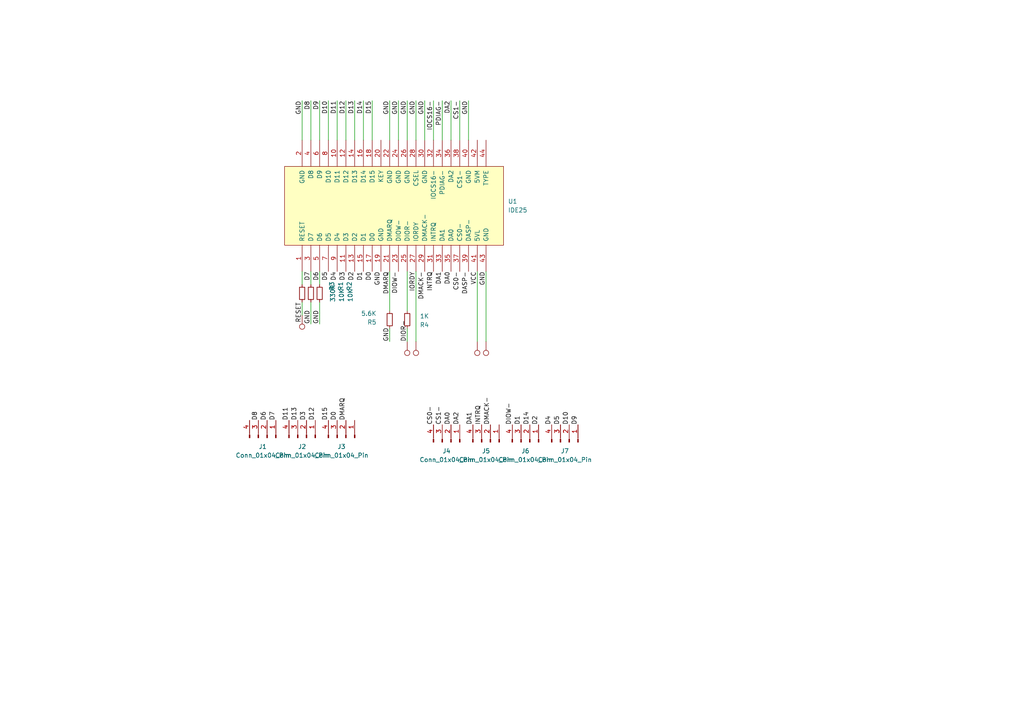
<source format=kicad_sch>
(kicad_sch (version 20240417) (generator "eeschema") (generator_version "8.99")
  (paper "A4")
  (lib_symbols
    (symbol "Connector:Conn_01x04_Pin" (pin_names (offset 1.016) hide)
      (property "Reference" "J" (at 0 5.08 0))
      (property "Value" "Conn_01x04_Pin" (at 0 -7.62 0))
      (symbol "Conn_01x04_Pin_1_1"
        (rectangle (start 0.8636 2.667) (end 0 2.413) (stroke (width 0.1524)) (fill (type outline)))
        (rectangle (start 0.8636 0.127) (end 0 -0.127) (stroke (width 0.1524)) (fill (type outline)))
        (rectangle (start 0.8636 -2.413) (end 0 -2.667) (stroke (width 0.1524)) (fill (type outline)))
        (rectangle (start 0.8636 -4.953) (end 0 -5.207) (stroke (width 0.1524)) (fill (type outline)))
        (polyline (pts (xy 1.27 2.54) (xy 0.8636 2.54)) (stroke (width 0.1524)))
        (polyline (pts (xy 1.27 0) (xy 0.8636 0)) (stroke (width 0.1524)))
        (polyline (pts (xy 1.27 -2.54) (xy 0.8636 -2.54)) (stroke (width 0.1524)))
        (polyline (pts (xy 1.27 -5.08) (xy 0.8636 -5.08)) (stroke (width 0.1524)))
        (pin passive line (at 5.08 2.54 180) (length 3.81) (name "Pin_1") (number "1"))
        (pin passive line (at 5.08 0 180) (length 3.81) (name "Pin_2") (number "2"))
        (pin passive line (at 5.08 -2.54 180) (length 3.81) (name "Pin_3") (number "3"))
        (pin passive line (at 5.08 -5.08 180) (length 3.81) (name "Pin_4") (number "4"))
      )
    )
    (symbol "Connector:TestPoint" (pin_numbers hide) (pin_names (offset 0.762) hide)
      (property "Reference" "TP" (at 0 6.858 0))
      (property "Value" "TestPoint" (at 0 5.08 0))
      (symbol "TestPoint_0_1"
        (circle (center 0 3.302) (radius 0.762))
      )
      (symbol "TestPoint_1_1"
        (pin passive line (at 0 0 90) (length 2.54) (name "1") (number "1"))
      )
    )
    (symbol "Device:R_Small" (pin_numbers hide) (pin_names (offset 0.254) hide)
      (property "Reference" "R" (at 0.762 0.508 0))
      (property "Value" "R_Small" (at 0.762 -1.016 0))
      (symbol "R_Small_0_1"
        (rectangle (start -0.762 1.778) (end 0.762 -1.778) (stroke (width 0.2032)))
      )
      (symbol "R_Small_1_1"
        (pin passive line (at 0 2.54 270) (length 0.762) (name "~") (number "1"))
        (pin passive line (at 0 -2.54 90) (length 0.762) (name "~") (number "2"))
      )
    )
    (symbol "IDEFlex:IDE25" (pin_names (offset 1.016))
      (property "Reference" "U1" (at 1.27 -33.02 90))
      (property "Value" "IDE25" (at -1.27 -33.02 90))
      (symbol "IDE25_1_0"
        (rectangle (start -11.43 31.75) (end 11.43 -31.75) (fill (type background)))
      )
      (symbol "IDE25_1_1"
        (pin input line (at -19.05 26.67 0) (length 7.62) (name "RESET") (number "1"))
        (pin input line (at 19.05 16.51 180) (length 7.62) (name "D11") (number "10"))
        (pin input line (at -19.05 13.97 0) (length 7.62) (name "D3") (number "11"))
        (pin input line (at 19.05 13.97 180) (length 7.62) (name "D12") (number "12"))
        (pin input line (at -19.05 11.43 0) (length 7.62) (name "D2") (number "13"))
        (pin input line (at 19.05 11.43 180) (length 7.62) (name "D13") (number "14"))
        (pin input line (at -19.05 8.89 0) (length 7.62) (name "D1") (number "15"))
        (pin input line (at 19.05 8.89 180) (length 7.62) (name "D14") (number "16"))
        (pin input line (at -19.05 6.35 0) (length 7.62) (name "D0") (number "17"))
        (pin input line (at 19.05 6.35 180) (length 7.62) (name "D15") (number "18"))
        (pin input line (at -19.05 3.81 0) (length 7.62) (name "GND") (number "19"))
        (pin input line (at 19.05 26.67 180) (length 7.62) (name "GND") (number "2"))
        (pin input line (at 19.05 3.81 180) (length 7.62) (name "KEY") (number "20"))
        (pin input line (at -19.05 1.27 0) (length 7.62) (name "DMARQ") (number "21"))
        (pin input line (at 19.05 1.27 180) (length 7.62) (name "GND") (number "22"))
        (pin input line (at -19.05 -1.27 0) (length 7.62) (name "DIOW-") (number "23"))
        (pin input line (at 19.05 -1.27 180) (length 7.62) (name "GND") (number "24"))
        (pin input line (at -19.05 -3.81 0) (length 7.62) (name "DIOR-") (number "25"))
        (pin input line (at 19.05 -3.81 180) (length 7.62) (name "GND") (number "26"))
        (pin input line (at -19.05 -6.35 0) (length 7.62) (name "IORDY") (number "27"))
        (pin input line (at 19.05 -6.35 180) (length 7.62) (name "CSEL") (number "28"))
        (pin input line (at -19.05 -8.89 0) (length 7.62) (name "DMACK-") (number "29"))
        (pin input line (at -19.05 24.13 0) (length 7.62) (name "D7") (number "3"))
        (pin input line (at 19.05 -8.89 180) (length 7.62) (name "GND") (number "30"))
        (pin input line (at -19.05 -11.43 0) (length 7.62) (name "INTRQ") (number "31"))
        (pin input line (at 19.05 -11.43 180) (length 7.62) (name "IOCS16-") (number "32"))
        (pin input line (at -19.05 -13.97 0) (length 7.62) (name "DA1") (number "33"))
        (pin input line (at 19.05 -13.97 180) (length 7.62) (name "PDIAG-") (number "34"))
        (pin input line (at -19.05 -16.51 0) (length 7.62) (name "DA0") (number "35"))
        (pin input line (at 19.05 -16.51 180) (length 7.62) (name "DA2") (number "36"))
        (pin input line (at -19.05 -19.05 0) (length 7.62) (name "CS0-") (number "37"))
        (pin input line (at 19.05 -19.05 180) (length 7.62) (name "CS1-") (number "38"))
        (pin input line (at -19.05 -21.59 0) (length 7.62) (name "DASP-") (number "39"))
        (pin input line (at 19.05 24.13 180) (length 7.62) (name "D8") (number "4"))
        (pin input line (at 19.05 -21.59 180) (length 7.62) (name "GND") (number "40"))
        (pin input line (at -19.05 -24.13 0) (length 7.62) (name "5VL") (number "41"))
        (pin input line (at 19.05 -24.13 180) (length 7.62) (name "5VM") (number "42"))
        (pin input line (at -19.05 -26.67 0) (length 7.62) (name "GND") (number "43"))
        (pin input line (at 19.05 -26.67 180) (length 7.62) (name "TYPE") (number "44"))
        (pin input line (at -19.05 21.59 0) (length 7.62) (name "D6") (number "5"))
        (pin input line (at 19.05 21.59 180) (length 7.62) (name "D9") (number "6"))
        (pin input line (at -19.05 19.05 0) (length 7.62) (name "D5") (number "7"))
        (pin input line (at 19.05 19.05 180) (length 7.62) (name "D10") (number "8"))
        (pin input line (at -19.05 16.51 0) (length 7.62) (name "D4") (number "9"))
      )
    )
  )
  (wire (pts (xy 95.25 29.21) (xy 95.25 40.64)))
  (wire (pts (xy 113.03 29.21) (xy 113.03 40.64)))
  (wire (pts (xy 123.19 29.21) (xy 123.19 40.64)))
  (wire (pts (xy 118.11 29.21) (xy 118.11 40.64)))
  (wire (pts (xy 87.63 82.55) (xy 87.63 78.74)))
  (wire (pts (xy 140.97 99.06) (xy 140.97 78.74)))
  (wire (pts (xy 130.81 29.21) (xy 130.81 40.64)))
  (wire (pts (xy 118.11 95.25) (xy 118.11 99.06)))
  (wire (pts (xy 133.35 29.21) (xy 133.35 40.64)))
  (wire (pts (xy 87.63 29.21) (xy 87.63 40.64)))
  (wire (pts (xy 92.71 87.63) (xy 92.71 93.98)))
  (wire (pts (xy 138.43 99.06) (xy 138.43 78.74)))
  (wire (pts (xy 107.95 29.21) (xy 107.95 40.64)))
  (wire (pts (xy 87.63 91.44) (xy 87.63 87.63)))
  (wire (pts (xy 100.33 29.21) (xy 100.33 40.64)))
  (wire (pts (xy 113.03 78.74) (xy 113.03 90.17)))
  (wire (pts (xy 90.17 78.74) (xy 90.17 82.55)))
  (wire (pts (xy 135.89 29.21) (xy 135.89 40.64)))
  (wire (pts (xy 113.03 95.25) (xy 113.03 99.06)))
  (wire (pts (xy 90.17 87.63) (xy 90.17 93.98)))
  (wire (pts (xy 105.41 29.21) (xy 105.41 40.64)))
  (wire (pts (xy 90.17 29.21) (xy 90.17 40.64)))
  (wire (pts (xy 92.71 29.21) (xy 92.71 40.64)))
  (wire (pts (xy 118.11 78.74) (xy 118.11 90.17)))
  (wire (pts (xy 120.65 29.21) (xy 120.65 40.64)))
  (wire (pts (xy 128.27 29.21) (xy 128.27 40.64)))
  (wire (pts (xy 92.71 78.74) (xy 92.71 82.55)))
  (wire (pts (xy 125.73 29.21) (xy 125.73 40.64)))
  (wire (pts (xy 120.65 78.74) (xy 120.65 99.06)))
  (wire (pts (xy 102.87 29.21) (xy 102.87 40.64)))
  (wire (pts (xy 115.57 29.21) (xy 115.57 40.64)))
  (wire (pts (xy 97.79 29.21) (xy 97.79 40.64)))
  (label "INTRQ" (at 125.73 78.74 270))
  (label "D7" (at 90.17 78.74 270))
  (label "GND" (at 135.89 29.21 270))
  (label "DA2" (at 133.35 123.19 90))
  (label "IORDY" (at 120.65 78.74 270))
  (label "D13" (at 86.36 121.92 90))
  (label "D6" (at 92.71 78.74 270))
  (label "D7" (at 80.01 121.92 90))
  (label "D11" (at 83.82 121.92 90))
  (label "DA0" (at 130.81 78.74 270))
  (label "IOCS16-" (at 125.73 29.21 270))
  (label "D5" (at 95.25 78.74 270))
  (label "D15" (at 95.25 121.92 90))
  (label "D15" (at 107.95 29.21 270))
  (label "D10" (at 95.25 29.21 270))
  (label "D14" (at 105.41 29.21 270))
  (label "D5" (at 162.56 123.19 90))
  (label "INTRQ" (at 139.7 123.19 90))
  (label "D11" (at 97.79 29.21 270))
  (label "D3" (at 88.9 121.92 90))
  (label "GND" (at 113.03 29.21 270))
  (label "D1" (at 151.13 123.19 90))
  (label "DIOW-" (at 148.59 123.19 90))
  (label "DA0" (at 130.81 123.19 90))
  (label "DA1" (at 137.16 123.19 90))
  (label "GND" (at 92.71 93.98 90))
  (label "D14" (at 153.67 123.19 90))
  (label "GND" (at 120.65 29.21 270))
  (label "CS1-" (at 133.35 29.21 270))
  (label "D4" (at 97.79 78.74 270))
  (label "D3" (at 100.33 78.74 270))
  (label "DA1" (at 128.27 78.74 270))
  (label "RESET" (at 87.63 87.63 270))
  (label "GND" (at 123.19 29.21 270))
  (label "D12" (at 100.33 29.21 270))
  (label "CS0-" (at 133.35 78.74 270))
  (label "GND" (at 140.97 78.74 270))
  (label "GND" (at 87.63 29.21 270))
  (label "DMARQ" (at 100.33 121.92 90))
  (label "CS1-" (at 128.27 123.19 90))
  (label "GND" (at 115.57 29.21 270))
  (label "GND" (at 90.17 93.98 90))
  (label "DMARQ" (at 113.03 78.74 270))
  (label "D1" (at 105.41 78.74 270))
  (label "D10" (at 165.1 123.19 90))
  (label "D8" (at 74.93 121.92 90))
  (label "D9" (at 92.71 29.21 270))
  (label "D0" (at 107.95 78.74 270))
  (label "D13" (at 102.87 29.21 270))
  (label "VCC" (at 138.43 78.74 270))
  (label "DIOW-" (at 115.57 78.74 270))
  (label "GND" (at 113.03 99.06 90))
  (label "D4" (at 160.02 123.19 90))
  (label "D0" (at 97.79 121.92 90))
  (label "D9" (at 167.64 123.19 90))
  (label "DIOR-" (at 118.11 99.06 90))
  (label "CS0-" (at 125.73 123.19 90))
  (label "DA2" (at 130.81 29.21 270))
  (label "PDIAG-" (at 128.27 29.21 270))
  (label "D6" (at 77.47 121.92 90))
  (label "GND" (at 110.49 78.74 270))
  (label "GND" (at 118.11 29.21 270))
  (label "D8" (at 90.17 29.21 270))
  (label "DMACK-" (at 123.19 78.74 270))
  (label "D2" (at 102.87 78.74 270))
  (label "D2" (at 156.21 123.19 90))
  (label "DASP-" (at 135.89 78.74 270))
  (label "D12" (at 91.44 121.92 90))
  (label "DMACK-" (at 142.24 123.19 90))
  (symbol (lib_id "Device:R_Small") (at 87.63 85.09 0) (unit 1)
    (property "Reference" "R3" (at 96.266 84.328 90) (effects (justify left)))
    (property "Value" "330R" (at 96.52 87.63 90) (effects (justify left)))
    (property "Footprint" "Resistor_SMD:R_0402_1005Metric" (effects (hide yes)))
  )
  (symbol (lib_id "Connector:Conn_01x04_Pin") (at 100.33 127 270) (mirror x) (unit 1)
    (property "Reference" "J3" (at 99.06 129.54 90))
    (property "Value" "Conn_01x04_Pin" (at 99.06 132.08 90))
    (property "Footprint" "IDEFlex:EdgePad" (effects (hide yes)))
  )
  (symbol (lib_id "IDEFlex:IDE25") (at 114.3 59.69 90) (unit 1)
    (property "Reference" "U1" (at 147.32 58.42 90) (effects (justify right)))
    (property "Value" "IDE25" (at 147.32 60.96 90) (effects (justify right)))
    (property "Footprint" "IDEFlex:IDE" (effects (hide yes)))
  )
  (symbol (lib_id "Connector:TestPoint") (at 87.63 91.44 180) (unit 1)
    (property "Reference" "TP1" (effects (hide yes)))
    (property "Value" "TestPoint" (effects (hide yes)))
    (property "Footprint" "TestPoint:TestPoint_Pad_D1.0mm" (effects (hide yes)))
  )
  (symbol (lib_id "Connector:TestPoint") (at 140.97 99.06 180) (unit 1)
    (property "Reference" "TP4" (effects (hide yes)))
    (property "Value" "TestPoint" (effects (hide yes)))
    (property "Footprint" "TestPoint:TestPoint_Pad_D1.0mm" (effects (hide yes)))
  )
  (symbol (lib_id "Connector:Conn_01x04_Pin") (at 165.1 128.27 270) (mirror x) (unit 1)
    (property "Reference" "J7" (at 163.83 130.81 90))
    (property "Value" "Conn_01x04_Pin" (at 163.83 133.35 90))
    (property "Footprint" "IDEFlex:EdgePad" (effects (hide yes)))
  )
  (symbol (lib_id "Device:R_Small") (at 113.03 92.71 180) (unit 1)
    (property "Reference" "R5" (at 109.22 93.472 0) (effects (justify left)))
    (property "Value" "5.6K" (at 109.22 90.932 0) (effects (justify left)))
    (property "Footprint" "Resistor_SMD:R_0402_1005Metric" (effects (hide yes)))
  )
  (symbol (lib_id "Connector:TestPoint") (at 118.11 99.06 180) (unit 1)
    (property "Reference" "TP5" (effects (hide yes)))
    (property "Value" "TestPoint" (effects (hide yes)))
    (property "Footprint" "TestPoint:TestPoint_Pad_D1.0mm" (effects (hide yes)))
  )
  (symbol (lib_id "Device:R_Small") (at 92.71 85.09 0) (unit 1)
    (property "Reference" "R2" (at 101.346 84.328 90) (effects (justify left)))
    (property "Value" "10K" (at 101.6 87.63 90) (effects (justify left)))
    (property "Footprint" "Resistor_SMD:R_0402_1005Metric" (effects (hide yes)))
  )
  (symbol (lib_id "Connector:TestPoint") (at 120.65 99.06 180) (unit 1)
    (property "Reference" "TP2" (effects (hide yes)))
    (property "Value" "TestPoint" (effects (hide yes)))
    (property "Footprint" "TestPoint:TestPoint_Pad_D1.0mm" (effects (hide yes)))
  )
  (symbol (lib_id "Connector:Conn_01x04_Pin") (at 130.81 128.27 270) (mirror x) (unit 1)
    (property "Reference" "J4" (at 129.54 130.81 90))
    (property "Value" "Conn_01x04_Pin" (at 129.54 133.35 90))
    (property "Footprint" "IDEFlex:EdgePad" (effects (hide yes)))
  )
  (symbol (lib_id "Device:R_Small") (at 118.11 92.71 180) (unit 1)
    (property "Reference" "R4" (at 124.46 94.234 0) (effects (justify left)))
    (property "Value" "1K" (at 124.46 91.694 0) (effects (justify left)))
    (property "Footprint" "Resistor_SMD:R_0402_1005Metric" (effects (hide yes)))
  )
  (symbol (lib_id "Connector:Conn_01x04_Pin") (at 88.9 127 270) (mirror x) (unit 1)
    (property "Reference" "J2" (at 87.63 129.54 90))
    (property "Value" "Conn_01x04_Pin" (at 87.63 132.08 90))
    (property "Footprint" "IDEFlex:EdgePad" (effects (hide yes)))
  )
  (symbol (lib_id "Connector:Conn_01x04_Pin") (at 142.24 128.27 270) (mirror x) (unit 1)
    (property "Reference" "J5" (at 140.97 130.81 90))
    (property "Value" "Conn_01x04_Pin" (at 140.97 133.35 90))
    (property "Footprint" "IDEFlex:EdgePad" (effects (hide yes)))
  )
  (symbol (lib_id "Connector:TestPoint") (at 138.43 99.06 180) (unit 1)
    (property "Reference" "TP3" (effects (hide yes)))
    (property "Value" "TestPoint" (effects (hide yes)))
    (property "Footprint" "TestPoint:TestPoint_Pad_D1.0mm" (effects (hide yes)))
  )
  (symbol (lib_id "Connector:Conn_01x04_Pin") (at 77.47 127 270) (mirror x) (unit 1)
    (property "Reference" "J1" (at 76.2 129.54 90))
    (property "Value" "Conn_01x04_Pin" (at 76.2 132.08 90))
    (property "Footprint" "IDEFlex:EdgePad" (effects (hide yes)))
  )
  (symbol (lib_id "Device:R_Small") (at 90.17 85.09 0) (unit 1)
    (property "Reference" "R1" (at 98.806 84.328 90) (effects (justify left)))
    (property "Value" "10K" (at 99.06 87.63 90) (effects (justify left)))
    (property "Footprint" "Resistor_SMD:R_0402_1005Metric" (effects (hide yes)))
  )
  (symbol (lib_id "Connector:Conn_01x04_Pin") (at 153.67 128.27 270) (mirror x) (unit 1)
    (property "Reference" "J6" (at 152.4 130.81 90))
    (property "Value" "Conn_01x04_Pin" (at 152.4 133.35 90))
    (property "Footprint" "IDEFlex:EdgePad" (effects (hide yes)))
  )
)
</source>
